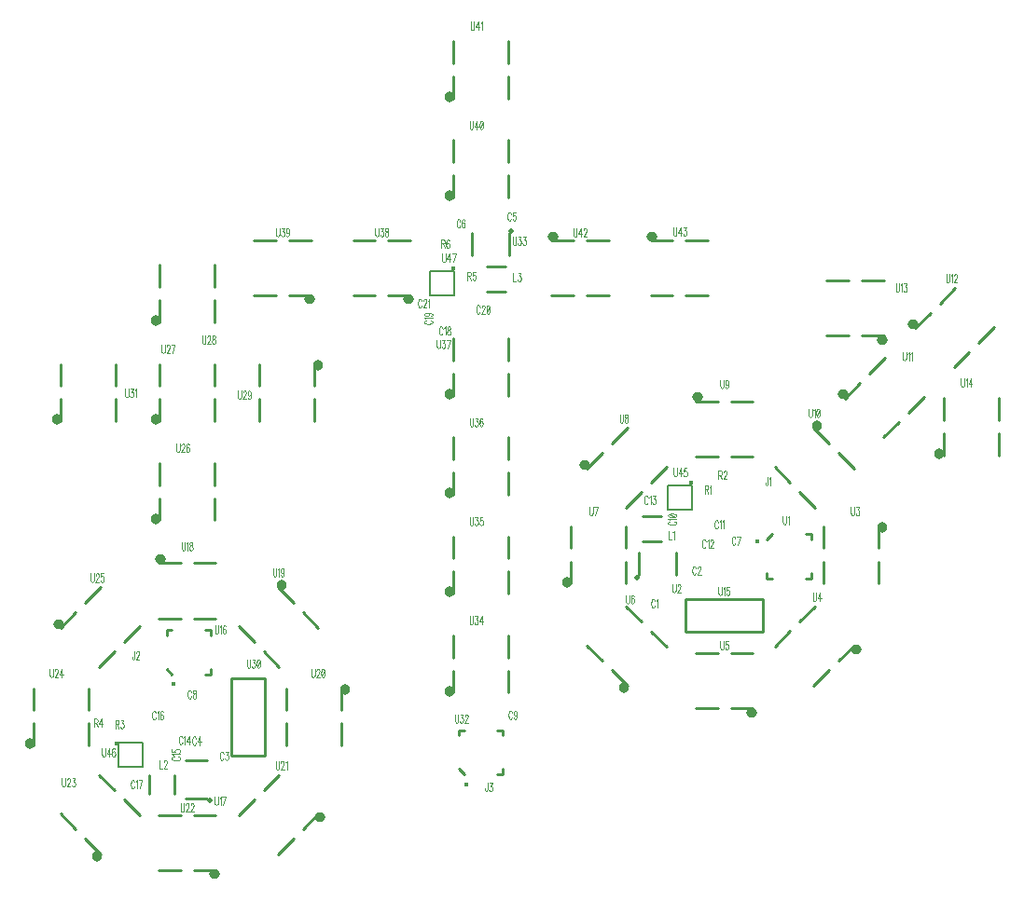
<source format=gto>
G04 DipTrace 2.4.0.2*
%INfemalemalecross.gto*%
%MOMM*%
%ADD10C,0.25*%
%ADD14C,0.4*%
%ADD26O,0.4X0.437*%
%ADD31O,0.5X0.5*%
%ADD34O,0.925X0.975*%
%ADD36O,0.975X0.925*%
%ADD43O,0.437X0.4*%
%ADD48C,0.15*%
%ADD78C,0.118*%
%FSLAX53Y53*%
G04*
G71*
G90*
G75*
G01*
%LNTopSilk*%
%LPD*%
X69043Y58084D2*
D10*
X70743D1*
X69043Y55784D2*
X70743D1*
D26*
X79418Y55834D3*
X80335Y55978D2*
D10*
X80834Y56479D1*
X83834D2*
X84334D1*
Y55978D1*
Y52979D2*
Y52478D1*
X83834D1*
X80335Y52979D2*
Y52478D1*
X80834D1*
X68698Y54775D2*
Y52775D1*
X72098Y54775D2*
Y52775D1*
D31*
X68523Y52525D3*
X90418Y51998D2*
D10*
Y53998D1*
X85418Y51998D2*
Y53998D1*
Y55198D2*
Y57198D1*
X90418Y55198D2*
Y57198D1*
D34*
X90780Y57061D3*
X84550Y42706D2*
D10*
X85964Y44120D1*
X81014Y46241D2*
X82428Y47656D1*
X83277Y48504D2*
X84691Y49918D1*
X86813Y44968D2*
X88227Y46382D1*
D36*
X88386Y46029D3*
X73859Y40639D2*
D10*
X75859D1*
X73859Y45639D2*
X75859D1*
X77059D2*
X79059D1*
X77059Y40639D2*
X79059D1*
D36*
X78922Y40277D3*
X63983Y46383D2*
D10*
X65398Y44969D1*
X67519Y49918D2*
X68933Y48504D1*
X69782Y47655D2*
X71196Y46241D1*
X66246Y44120D2*
X67660Y42705D1*
D34*
X67307Y42546D3*
X62499Y57198D2*
D10*
Y55198D1*
X67499Y57198D2*
Y55198D1*
Y53998D2*
Y51998D1*
X62499Y53998D2*
Y51998D1*
D34*
X62137Y52135D3*
X67660Y66124D2*
D10*
X66246Y64710D1*
X71196Y62588D2*
X69782Y61174D1*
X68933Y60326D2*
X67519Y58912D1*
X65397Y63862D2*
X63983Y62447D1*
D36*
X63824Y62801D3*
X79059Y68557D2*
D10*
X77059D1*
X79059Y63557D2*
X77059D1*
X75859D2*
X73859D1*
X75859Y68557D2*
X73859D1*
D36*
X73996Y68920D3*
X88227Y62447D2*
D10*
X86812Y63861D1*
X84691Y58912D2*
X83277Y60326D1*
X82428Y61175D2*
X81014Y62589D1*
X85964Y64710D2*
X84550Y66124D1*
D34*
X84903Y66284D3*
X91055Y72489D2*
D10*
X89641Y71074D1*
X94591Y68953D2*
X93177Y67538D1*
X92328Y66690D2*
X90914Y65276D1*
X88792Y70226D2*
X87378Y68812D1*
D36*
X87219Y69165D3*
X97419Y78853D2*
D10*
X96005Y77438D1*
X100955Y75317D2*
X99541Y73902D1*
X98692Y73054D2*
X97278Y71640D1*
X95156Y76590D2*
X93742Y75176D1*
D36*
X93583Y75529D3*
X85749Y74498D2*
D10*
X87748D1*
X85749Y79498D2*
X87748D1*
X88949D2*
X90948D1*
X88949Y74498D2*
X90948D1*
D36*
X90812Y74136D3*
X96358Y68846D2*
D10*
Y66846D1*
X101358Y68846D2*
Y66846D1*
Y65646D2*
Y63646D1*
X96358Y65646D2*
Y63646D1*
D34*
X95996Y63783D3*
X72927Y47572D2*
D10*
Y50572D1*
X79927D1*
Y47572D1*
X72927D1*
X24202Y32841D2*
Y34541D1*
X26502Y32841D2*
Y34541D1*
D43*
X26461Y42839D3*
X26316Y43756D2*
D10*
X25816Y44256D1*
Y47256D2*
Y47756D1*
X26316D1*
X29316D2*
X29817D1*
Y47256D1*
X29316Y43756D2*
X29817D1*
Y44256D1*
X27510Y32496D2*
X29510D1*
X27510Y35896D2*
X29510D1*
D31*
X29760Y32321D3*
X30297Y53839D2*
D10*
X28296D1*
X30297Y48839D2*
X28296D1*
X27097D2*
X25097D1*
X27097Y53839D2*
X25097D1*
D36*
X25234Y54202D3*
X39589Y47971D2*
D10*
X38175Y49385D1*
X36053Y44436D2*
X34639Y45850D1*
X33791Y46699D2*
X32376Y48113D1*
X37327Y50234D2*
X35912Y51648D1*
D34*
X36265Y51808D3*
X41656Y37280D2*
D10*
Y39280D1*
X36656Y37280D2*
Y39280D1*
Y40480D2*
Y42480D1*
X41656Y40480D2*
Y42480D1*
D34*
X42018Y42343D3*
X35912Y27405D2*
D10*
X37326Y28819D1*
X32376Y30940D2*
X33791Y32355D1*
X34640Y33203D2*
X36054Y34617D1*
X38175Y29667D2*
X39589Y31081D1*
D36*
X39749Y30728D3*
X25097Y25921D2*
D10*
X27097D1*
X25097Y30921D2*
X27097D1*
X28296D2*
X30297D1*
X28296Y25921D2*
X30297D1*
D36*
X30159Y25558D3*
X16170Y31082D2*
D10*
X17585Y29668D1*
X19706Y34617D2*
X21121Y33203D1*
X21969Y32354D2*
X23383Y30940D1*
X18433Y28818D2*
X19847Y27404D1*
D34*
X19494Y27245D3*
X13737Y42480D2*
D10*
Y40480D1*
X18738Y42480D2*
Y40480D1*
Y39280D2*
Y37280D1*
X13737Y39280D2*
Y37280D1*
D34*
X13375Y37417D3*
X19847Y51648D2*
D10*
X18433Y50234D1*
X23383Y48112D2*
X21969Y46698D1*
X21120Y45850D2*
X19706Y44436D1*
X17584Y49386D2*
X16170Y47971D1*
D36*
X16011Y48325D3*
X25196Y62939D2*
D10*
Y60939D1*
X30197Y62939D2*
Y60939D1*
Y59739D2*
Y57739D1*
X25196Y59739D2*
Y57739D1*
D34*
X24834Y57876D3*
X25196Y71939D2*
D10*
Y69939D1*
X30197Y71939D2*
Y69939D1*
Y68739D2*
Y66739D1*
X25196Y68739D2*
Y66739D1*
D34*
X24834Y66876D3*
X25196Y80939D2*
D10*
Y78939D1*
X30197Y80939D2*
Y78939D1*
Y77739D2*
Y75739D1*
X25196Y77739D2*
Y75739D1*
D34*
X24834Y75876D3*
X39197Y66739D2*
D10*
Y68739D1*
X34197Y66739D2*
Y68739D1*
Y69939D2*
Y71939D1*
X39197Y69939D2*
Y71939D1*
D34*
X39559Y71802D3*
X34723Y36349D2*
D10*
X31723D1*
Y43349D1*
X34723D1*
Y36349D1*
X16196Y71939D2*
Y69939D1*
X21197Y71939D2*
Y69939D1*
Y68739D2*
Y66739D1*
X16196Y68739D2*
Y66739D1*
D34*
X15834Y66876D3*
D43*
X53001Y33759D3*
X52856Y34676D2*
D10*
X52356Y35176D1*
Y38176D2*
Y38676D1*
X52856D1*
X55856D2*
X56357D1*
Y38176D1*
X55856Y34676D2*
X56357D1*
Y35176D1*
X56923Y81809D2*
Y83809D1*
X53523Y81809D2*
Y83809D1*
D31*
X57098Y84059D3*
X51856Y47276D2*
D10*
Y45276D1*
X56856Y47276D2*
Y45276D1*
Y44076D2*
Y42076D1*
X51856Y44076D2*
Y42076D1*
D34*
X51494Y42213D3*
X56578Y78501D2*
D10*
X54878D1*
X56578Y80801D2*
X54878D1*
X51856Y56276D2*
Y54276D1*
X56856Y56276D2*
Y54276D1*
Y53076D2*
Y51076D1*
X51856Y53076D2*
Y51076D1*
D34*
X51494Y51213D3*
X51856Y65276D2*
D10*
Y63276D1*
X56856Y65276D2*
Y63276D1*
Y62076D2*
Y60076D1*
X51856Y62076D2*
Y60076D1*
D34*
X51494Y60213D3*
X51856Y74276D2*
D10*
Y72276D1*
X56856Y74276D2*
Y72276D1*
Y71076D2*
Y69076D1*
X51856Y71076D2*
Y69076D1*
D34*
X51494Y69213D3*
X42756Y78176D2*
D10*
X44756D1*
X42756Y83176D2*
X44756D1*
X45956D2*
X47956D1*
X45956Y78176D2*
X47956D1*
D36*
X47819Y77814D3*
X33756Y78176D2*
D10*
X35756D1*
X33756Y83176D2*
X35756D1*
X36956D2*
X38956D1*
X36956Y78176D2*
X38956D1*
D36*
X38819Y77814D3*
X51856Y92276D2*
D10*
Y90276D1*
X56856Y92276D2*
Y90276D1*
Y89076D2*
Y87076D1*
X51856Y89076D2*
Y87076D1*
D34*
X51494Y87213D3*
X51856Y101276D2*
D10*
Y99276D1*
X56856Y101276D2*
Y99276D1*
Y98076D2*
Y96076D1*
X51856Y98076D2*
Y96076D1*
D34*
X51494Y96213D3*
X65956Y83176D2*
D10*
X63956D1*
X65956Y78176D2*
X63956D1*
X62756D2*
X60756D1*
X62756Y83176D2*
X60756D1*
D36*
X60894Y83539D3*
X74956Y83176D2*
D10*
X72956D1*
X74956Y78176D2*
X72956D1*
X71756D2*
X69756D1*
X71756Y83176D2*
X69756D1*
D36*
X69894Y83539D3*
D14*
X73406Y61165D3*
X73531Y60940D2*
D48*
X71331D1*
Y58740D1*
X73531D1*
Y60940D1*
D14*
X21244Y37433D3*
X21469Y37558D2*
D48*
X23669D1*
Y35358D1*
X21469D1*
Y37558D1*
D14*
X51819Y80645D3*
X51944Y80420D2*
D48*
X49744D1*
Y78220D1*
X51944D1*
Y80420D1*
X70145Y50389D2*
D78*
X70124Y50461D1*
X70080Y50535D1*
X70036Y50571D1*
X69949D1*
X69905Y50535D1*
X69861Y50461D1*
X69839Y50389D1*
X69817Y50279D1*
Y50097D1*
X69839Y49988D1*
X69861Y49915D1*
X69905Y49842D1*
X69949Y49805D1*
X70036D1*
X70080Y49842D1*
X70124Y49915D1*
X70145Y49988D1*
X70286Y50424D2*
X70330Y50461D1*
X70396Y50570D1*
Y49805D1*
X73877Y53382D2*
X73856Y53454D1*
X73812Y53527D1*
X73768Y53563D1*
X73681D1*
X73637Y53527D1*
X73593Y53454D1*
X73571Y53382D1*
X73549Y53272D1*
Y53089D1*
X73571Y52981D1*
X73593Y52907D1*
X73637Y52835D1*
X73681Y52798D1*
X73768D1*
X73812Y52835D1*
X73856Y52907D1*
X73877Y52981D1*
X74041Y53381D2*
Y53417D1*
X74062Y53490D1*
X74084Y53526D1*
X74128Y53563D1*
X74216D1*
X74259Y53526D1*
X74281Y53490D1*
X74303Y53417D1*
Y53344D1*
X74281Y53271D1*
X74237Y53163D1*
X74018Y52798D1*
X74325D1*
X80403Y61680D2*
Y61097D1*
X80382Y60987D1*
X80359Y60951D1*
X80316Y60914D1*
X80272D1*
X80229Y60951D1*
X80207Y60987D1*
X80185Y61097D1*
Y61169D1*
X80545Y61533D2*
X80589Y61570D1*
X80654Y61679D1*
Y60914D1*
X71380Y56781D2*
Y56015D1*
X71642D1*
X71783Y56634D2*
X71827Y56672D1*
X71893Y56780D1*
Y56015D1*
X81772Y58144D2*
Y57598D1*
X81794Y57488D1*
X81838Y57416D1*
X81904Y57379D1*
X81947D1*
X82013Y57416D1*
X82057Y57488D1*
X82079Y57598D1*
Y58144D1*
X82220Y57998D2*
X82264Y58035D1*
X82330Y58144D1*
Y57379D1*
X71740Y51948D2*
Y51401D1*
X71761Y51291D1*
X71805Y51219D1*
X71871Y51182D1*
X71914D1*
X71980Y51219D1*
X72024Y51291D1*
X72046Y51401D1*
Y51948D1*
X72209Y51765D2*
Y51801D1*
X72231Y51874D1*
X72253Y51910D1*
X72297Y51947D1*
X72384D1*
X72428Y51910D1*
X72449Y51874D1*
X72472Y51801D1*
Y51729D1*
X72449Y51655D1*
X72406Y51547D1*
X72187Y51182D1*
X72493D1*
X87953Y58964D2*
Y58418D1*
X87975Y58308D1*
X88019Y58236D1*
X88085Y58199D1*
X88128D1*
X88194Y58236D1*
X88238Y58308D1*
X88260Y58418D1*
Y58964D1*
X88445Y58963D2*
X88685D1*
X88554Y58672D1*
X88620D1*
X88663Y58636D1*
X88685Y58599D1*
X88707Y58490D1*
Y58418D1*
X88685Y58308D1*
X88641Y58235D1*
X88576Y58199D1*
X88510D1*
X88445Y58235D1*
X88423Y58272D1*
X88401Y58344D1*
X84485Y51177D2*
Y50631D1*
X84506Y50521D1*
X84550Y50449D1*
X84616Y50412D1*
X84659D1*
X84725Y50449D1*
X84769Y50521D1*
X84791Y50631D1*
Y51177D1*
X85151Y50412D2*
Y51177D1*
X84932Y50667D1*
X85260D1*
X76082Y46755D2*
Y46209D1*
X76104Y46099D1*
X76148Y46027D1*
X76213Y45990D1*
X76257D1*
X76322Y46027D1*
X76366Y46099D1*
X76388Y46209D1*
Y46755D1*
X76792Y46754D2*
X76573D1*
X76552Y46427D1*
X76573Y46463D1*
X76639Y46500D1*
X76704D1*
X76770Y46463D1*
X76814Y46390D1*
X76836Y46281D1*
Y46209D1*
X76814Y46099D1*
X76770Y46026D1*
X76704Y45990D1*
X76639D1*
X76573Y46026D1*
X76552Y46063D1*
X76529Y46135D1*
X67527Y50957D2*
Y50410D1*
X67549Y50301D1*
X67593Y50228D1*
X67659Y50191D1*
X67702D1*
X67768Y50228D1*
X67812Y50301D1*
X67833Y50410D1*
Y50957D1*
X68237Y50847D2*
X68215Y50920D1*
X68149Y50956D1*
X68106D1*
X68040Y50920D1*
X67996Y50810D1*
X67975Y50628D1*
Y50446D1*
X67996Y50301D1*
X68040Y50227D1*
X68106Y50191D1*
X68128D1*
X68193Y50227D1*
X68237Y50301D1*
X68259Y50410D1*
Y50446D1*
X68237Y50556D1*
X68193Y50628D1*
X68128Y50665D1*
X68106D1*
X68040Y50628D1*
X67996Y50556D1*
X67975Y50446D1*
X64210Y58964D2*
Y58418D1*
X64232Y58308D1*
X64276Y58236D1*
X64342Y58199D1*
X64385D1*
X64451Y58236D1*
X64495Y58308D1*
X64516Y58418D1*
Y58964D1*
X64745Y58199D2*
X64964Y58963D1*
X64658D1*
X66961Y67383D2*
Y66837D1*
X66983Y66727D1*
X67027Y66655D1*
X67093Y66618D1*
X67136D1*
X67202Y66655D1*
X67246Y66727D1*
X67267Y66837D1*
Y67383D1*
X67518D2*
X67453Y67346D1*
X67430Y67274D1*
Y67201D1*
X67453Y67128D1*
X67496Y67091D1*
X67583Y67055D1*
X67649Y67019D1*
X67693Y66945D1*
X67714Y66873D1*
Y66763D1*
X67693Y66691D1*
X67671Y66654D1*
X67605Y66618D1*
X67518D1*
X67453Y66654D1*
X67430Y66691D1*
X67409Y66763D1*
Y66873D1*
X67430Y66945D1*
X67474Y67019D1*
X67540Y67055D1*
X67627Y67091D1*
X67671Y67128D1*
X67693Y67201D1*
Y67274D1*
X67671Y67346D1*
X67605Y67383D1*
X67518D1*
X76093Y70498D2*
Y69952D1*
X76115Y69842D1*
X76158Y69770D1*
X76224Y69733D1*
X76268D1*
X76333Y69770D1*
X76377Y69842D1*
X76399Y69952D1*
Y70498D1*
X76825Y70243D2*
X76803Y70133D1*
X76759Y70060D1*
X76693Y70024D1*
X76672D1*
X76606Y70060D1*
X76562Y70133D1*
X76540Y70243D1*
Y70279D1*
X76562Y70389D1*
X76606Y70461D1*
X76672Y70497D1*
X76693D1*
X76759Y70461D1*
X76803Y70389D1*
X76825Y70243D1*
Y70060D1*
X76803Y69878D1*
X76759Y69769D1*
X76693Y69733D1*
X76650D1*
X76584Y69769D1*
X76562Y69842D1*
X84118Y67887D2*
Y67340D1*
X84140Y67231D1*
X84184Y67158D1*
X84250Y67121D1*
X84293D1*
X84359Y67158D1*
X84403Y67231D1*
X84424Y67340D1*
Y67887D1*
X84566Y67740D2*
X84610Y67777D1*
X84675Y67886D1*
Y67121D1*
X84948Y67886D2*
X84882Y67850D1*
X84838Y67740D1*
X84816Y67558D1*
Y67449D1*
X84838Y67267D1*
X84882Y67158D1*
X84948Y67121D1*
X84991D1*
X85057Y67158D1*
X85101Y67267D1*
X85123Y67449D1*
Y67558D1*
X85101Y67740D1*
X85057Y67850D1*
X84991Y67886D1*
X84948D1*
X85101Y67740D2*
X84838Y67267D1*
X92658Y73031D2*
Y72484D1*
X92679Y72375D1*
X92723Y72302D1*
X92789Y72265D1*
X92833D1*
X92898Y72302D1*
X92942Y72375D1*
X92964Y72484D1*
Y73031D1*
X93105Y72884D2*
X93149Y72922D1*
X93215Y73030D1*
Y72265D1*
X93356Y72884D2*
X93400Y72922D1*
X93466Y73030D1*
Y72265D1*
X96594Y80112D2*
Y79565D1*
X96616Y79456D1*
X96660Y79383D1*
X96726Y79346D1*
X96769D1*
X96835Y79383D1*
X96879Y79456D1*
X96901Y79565D1*
Y80112D1*
X97042Y79965D2*
X97086Y80002D1*
X97152Y80111D1*
Y79346D1*
X97315Y79929D2*
Y79965D1*
X97337Y80038D1*
X97358Y80075D1*
X97402Y80111D1*
X97490D1*
X97533Y80075D1*
X97555Y80038D1*
X97577Y79965D1*
Y79893D1*
X97555Y79819D1*
X97512Y79711D1*
X97293Y79346D1*
X97599D1*
X92026Y79241D2*
Y78694D1*
X92048Y78584D1*
X92092Y78512D1*
X92158Y78475D1*
X92201D1*
X92267Y78512D1*
X92311Y78584D1*
X92333Y78694D1*
Y79241D1*
X92474Y79094D2*
X92518Y79131D1*
X92584Y79240D1*
Y78475D1*
X92769Y79240D2*
X93009D1*
X92878Y78948D1*
X92944D1*
X92987Y78912D1*
X93009Y78876D1*
X93031Y78766D1*
Y78694D1*
X93009Y78584D1*
X92965Y78511D1*
X92900Y78475D1*
X92834D1*
X92769Y78511D1*
X92747Y78548D1*
X92725Y78621D1*
X97933Y70612D2*
Y70066D1*
X97955Y69956D1*
X97999Y69884D1*
X98064Y69847D1*
X98108D1*
X98173Y69884D1*
X98217Y69956D1*
X98239Y70066D1*
Y70612D1*
X98380Y70466D2*
X98424Y70503D1*
X98490Y70611D1*
Y69847D1*
X98850D2*
Y70611D1*
X98631Y70102D1*
X98959D1*
X75925Y51688D2*
Y51142D1*
X75947Y51032D1*
X75991Y50960D1*
X76056Y50923D1*
X76100D1*
X76166Y50960D1*
X76210Y51032D1*
X76231Y51142D1*
Y51688D1*
X76372Y51542D2*
X76416Y51579D1*
X76482Y51687D1*
Y50923D1*
X76886Y51687D2*
X76667D1*
X76646Y51360D1*
X76667Y51396D1*
X76733Y51433D1*
X76798D1*
X76864Y51396D1*
X76908Y51323D1*
X76930Y51214D1*
Y51142D1*
X76908Y51032D1*
X76864Y50959D1*
X76798Y50923D1*
X76733D1*
X76667Y50959D1*
X76646Y50996D1*
X76623Y51068D1*
X30985Y36550D2*
X30964Y36622D1*
X30920Y36695D1*
X30876Y36732D1*
X30789D1*
X30745Y36695D1*
X30701Y36622D1*
X30679Y36550D1*
X30657Y36440D1*
Y36257D1*
X30679Y36149D1*
X30701Y36075D1*
X30745Y36003D1*
X30789Y35966D1*
X30876D1*
X30920Y36003D1*
X30964Y36075D1*
X30985Y36149D1*
X31170Y36731D2*
X31411D1*
X31280Y36439D1*
X31345D1*
X31389Y36403D1*
X31411Y36367D1*
X31433Y36257D1*
Y36185D1*
X31411Y36075D1*
X31367Y36002D1*
X31301Y35966D1*
X31236D1*
X31170Y36002D1*
X31149Y36039D1*
X31127Y36112D1*
X28477Y37909D2*
X28455Y37982D1*
X28411Y38055D1*
X28368Y38091D1*
X28280D1*
X28236Y38055D1*
X28193Y37982D1*
X28171Y37909D1*
X28149Y37800D1*
Y37617D1*
X28171Y37508D1*
X28193Y37435D1*
X28236Y37363D1*
X28280Y37326D1*
X28368D1*
X28411Y37363D1*
X28455Y37435D1*
X28477Y37508D1*
X28837Y37326D2*
Y38090D1*
X28618Y37581D1*
X28946D1*
X22898Y45845D2*
Y45262D1*
X22876Y45152D1*
X22854Y45116D1*
X22810Y45079D1*
X22766D1*
X22723Y45116D1*
X22701Y45152D1*
X22679Y45262D1*
Y45334D1*
X23061Y45662D2*
Y45698D1*
X23083Y45772D1*
X23105Y45808D1*
X23149Y45844D1*
X23236D1*
X23279Y45808D1*
X23301Y45772D1*
X23323Y45698D1*
Y45626D1*
X23301Y45553D1*
X23258Y45444D1*
X23039Y45079D1*
X23345D1*
X25157Y35953D2*
Y35187D1*
X25419D1*
X25583Y35770D2*
Y35806D1*
X25604Y35880D1*
X25626Y35916D1*
X25670Y35952D1*
X25758D1*
X25801Y35916D1*
X25823Y35880D1*
X25845Y35806D1*
Y35734D1*
X25823Y35661D1*
X25779Y35552D1*
X25560Y35187D1*
X25867D1*
X30220Y48194D2*
Y47647D1*
X30242Y47537D1*
X30286Y47465D1*
X30351Y47428D1*
X30395D1*
X30461Y47465D1*
X30505Y47537D1*
X30526Y47647D1*
Y48194D1*
X30667Y48047D2*
X30711Y48084D1*
X30777Y48193D1*
Y47428D1*
X31181Y48084D2*
X31159Y48156D1*
X31093Y48193D1*
X31050D1*
X30984Y48156D1*
X30940Y48047D1*
X30918Y47865D1*
Y47683D1*
X30940Y47537D1*
X30984Y47464D1*
X31050Y47428D1*
X31071D1*
X31137Y47464D1*
X31181Y47537D1*
X31202Y47647D1*
Y47683D1*
X31181Y47793D1*
X31137Y47865D1*
X31071Y47901D1*
X31050D1*
X30984Y47865D1*
X30940Y47793D1*
X30918Y47683D1*
X30189Y32641D2*
Y32095D1*
X30211Y31985D1*
X30255Y31913D1*
X30321Y31876D1*
X30364D1*
X30430Y31913D1*
X30474Y31985D1*
X30495Y32095D1*
Y32641D1*
X30637Y32495D2*
X30681Y32532D1*
X30746Y32641D1*
Y31876D1*
X30975D2*
X31194Y32641D1*
X30887D1*
X27194Y55780D2*
Y55233D1*
X27216Y55124D1*
X27260Y55051D1*
X27326Y55014D1*
X27369D1*
X27435Y55051D1*
X27479Y55124D1*
X27501Y55233D1*
Y55780D1*
X27642Y55633D2*
X27686Y55670D1*
X27752Y55779D1*
Y55014D1*
X28002Y55779D2*
X27937Y55743D1*
X27915Y55670D1*
Y55597D1*
X27937Y55525D1*
X27980Y55488D1*
X28068Y55451D1*
X28133Y55415D1*
X28177Y55342D1*
X28199Y55269D1*
Y55160D1*
X28177Y55088D1*
X28155Y55050D1*
X28089Y55014D1*
X28002D1*
X27937Y55050D1*
X27915Y55088D1*
X27893Y55160D1*
Y55269D1*
X27915Y55342D1*
X27958Y55415D1*
X28024Y55451D1*
X28111Y55488D1*
X28155Y55525D1*
X28177Y55597D1*
Y55670D1*
X28155Y55743D1*
X28089Y55779D1*
X28002D1*
X35491Y53411D2*
Y52864D1*
X35513Y52755D1*
X35557Y52682D1*
X35623Y52645D1*
X35666D1*
X35732Y52682D1*
X35776Y52755D1*
X35798Y52864D1*
Y53411D1*
X35939Y53264D2*
X35983Y53301D1*
X36048Y53410D1*
Y52645D1*
X36474Y53156D2*
X36452Y53046D1*
X36408Y52973D1*
X36343Y52937D1*
X36321D1*
X36255Y52973D1*
X36212Y53046D1*
X36190Y53156D1*
Y53192D1*
X36212Y53301D1*
X36255Y53374D1*
X36321Y53410D1*
X36343D1*
X36408Y53374D1*
X36452Y53301D1*
X36474Y53156D1*
Y52973D1*
X36452Y52791D1*
X36408Y52682D1*
X36343Y52645D1*
X36299D1*
X36234Y52682D1*
X36212Y52755D1*
X38967Y44246D2*
Y43699D1*
X38989Y43590D1*
X39033Y43517D1*
X39099Y43480D1*
X39142D1*
X39208Y43517D1*
X39252Y43590D1*
X39274Y43699D1*
Y44246D1*
X39437Y44063D2*
Y44099D1*
X39459Y44173D1*
X39481Y44209D1*
X39525Y44245D1*
X39612D1*
X39655Y44209D1*
X39677Y44173D1*
X39699Y44099D1*
Y44027D1*
X39677Y43954D1*
X39634Y43845D1*
X39415Y43480D1*
X39721D1*
X39994Y44245D2*
X39928Y44209D1*
X39884Y44099D1*
X39862Y43918D1*
Y43808D1*
X39884Y43626D1*
X39928Y43517D1*
X39994Y43480D1*
X40037D1*
X40103Y43517D1*
X40146Y43626D1*
X40169Y43808D1*
Y43918D1*
X40146Y44099D1*
X40103Y44209D1*
X40037Y44245D1*
X39994D1*
X40146Y44099D2*
X39884Y43626D1*
X35732Y35876D2*
Y35330D1*
X35754Y35220D1*
X35798Y35148D1*
X35864Y35111D1*
X35907D1*
X35973Y35148D1*
X36017Y35220D1*
X36039Y35330D1*
Y35876D1*
X36202Y35694D2*
Y35730D1*
X36224Y35803D1*
X36245Y35839D1*
X36289Y35876D1*
X36377D1*
X36420Y35839D1*
X36442Y35803D1*
X36464Y35730D1*
Y35657D1*
X36442Y35584D1*
X36399Y35475D1*
X36180Y35111D1*
X36486D1*
X36627Y35730D2*
X36671Y35767D1*
X36737Y35876D1*
Y35111D1*
X27096Y32037D2*
Y31490D1*
X27118Y31381D1*
X27162Y31308D1*
X27227Y31271D1*
X27271D1*
X27336Y31308D1*
X27380Y31381D1*
X27402Y31490D1*
Y32037D1*
X27566Y31854D2*
Y31890D1*
X27587Y31964D1*
X27609Y32000D1*
X27653Y32036D1*
X27740D1*
X27784Y32000D1*
X27806Y31964D1*
X27828Y31890D1*
Y31818D1*
X27806Y31745D1*
X27762Y31636D1*
X27543Y31271D1*
X27850D1*
X28013Y31854D2*
Y31890D1*
X28035Y31964D1*
X28057Y32000D1*
X28100Y32036D1*
X28188D1*
X28231Y32000D1*
X28253Y31964D1*
X28275Y31890D1*
Y31818D1*
X28253Y31745D1*
X28210Y31636D1*
X27991Y31271D1*
X28297D1*
X16325Y34297D2*
Y33751D1*
X16347Y33641D1*
X16391Y33569D1*
X16457Y33532D1*
X16500D1*
X16566Y33569D1*
X16610Y33641D1*
X16631Y33751D1*
Y34297D1*
X16795Y34115D2*
Y34151D1*
X16817Y34224D1*
X16838Y34260D1*
X16882Y34297D1*
X16970D1*
X17013Y34260D1*
X17035Y34224D1*
X17057Y34151D1*
Y34078D1*
X17035Y34005D1*
X16992Y33896D1*
X16773Y33532D1*
X17079D1*
X17264Y34297D2*
X17504D1*
X17373Y34005D1*
X17439D1*
X17482Y33969D1*
X17504Y33933D1*
X17526Y33823D1*
Y33751D1*
X17504Y33641D1*
X17461Y33568D1*
X17395Y33532D1*
X17329D1*
X17264Y33568D1*
X17242Y33605D1*
X17220Y33677D1*
X15214Y44246D2*
Y43699D1*
X15235Y43590D1*
X15279Y43517D1*
X15345Y43480D1*
X15388D1*
X15454Y43517D1*
X15498Y43590D1*
X15520Y43699D1*
Y44246D1*
X15683Y44063D2*
Y44099D1*
X15705Y44173D1*
X15727Y44209D1*
X15771Y44245D1*
X15858D1*
X15902Y44209D1*
X15923Y44173D1*
X15946Y44099D1*
Y44027D1*
X15923Y43954D1*
X15880Y43845D1*
X15661Y43480D1*
X15967D1*
X16327D2*
Y44245D1*
X16108Y43736D1*
X16436D1*
X18924Y52907D2*
Y52361D1*
X18946Y52251D1*
X18990Y52179D1*
X19056Y52142D1*
X19099D1*
X19165Y52179D1*
X19209Y52251D1*
X19231Y52361D1*
Y52907D1*
X19394Y52725D2*
Y52761D1*
X19416Y52834D1*
X19438Y52870D1*
X19482Y52907D1*
X19569D1*
X19612Y52870D1*
X19634Y52834D1*
X19656Y52761D1*
Y52688D1*
X19634Y52615D1*
X19591Y52506D1*
X19372Y52142D1*
X19678D1*
X20082Y52907D2*
X19863D1*
X19842Y52579D1*
X19863Y52615D1*
X19929Y52652D1*
X19994D1*
X20060Y52615D1*
X20104Y52543D1*
X20126Y52433D1*
Y52361D1*
X20104Y52251D1*
X20060Y52178D1*
X19994Y52142D1*
X19929D1*
X19863Y52178D1*
X19842Y52215D1*
X19819Y52287D1*
X26695Y64705D2*
Y64158D1*
X26716Y64049D1*
X26760Y63976D1*
X26826Y63939D1*
X26870D1*
X26935Y63976D1*
X26979Y64049D1*
X27001Y64158D1*
Y64705D1*
X27164Y64522D2*
Y64558D1*
X27186Y64632D1*
X27208Y64668D1*
X27252Y64704D1*
X27339D1*
X27383Y64668D1*
X27404Y64632D1*
X27427Y64558D1*
Y64486D1*
X27404Y64413D1*
X27361Y64304D1*
X27142Y63939D1*
X27448D1*
X27852Y64595D2*
X27830Y64668D1*
X27764Y64704D1*
X27721D1*
X27655Y64668D1*
X27611Y64558D1*
X27590Y64376D1*
Y64194D1*
X27611Y64049D1*
X27655Y63975D1*
X27721Y63939D1*
X27743D1*
X27808Y63975D1*
X27852Y64049D1*
X27874Y64158D1*
Y64194D1*
X27852Y64304D1*
X27808Y64376D1*
X27743Y64413D1*
X27721D1*
X27655Y64376D1*
X27611Y64304D1*
X27590Y64194D1*
X25366Y73705D2*
Y73158D1*
X25387Y73049D1*
X25431Y72976D1*
X25497Y72939D1*
X25541D1*
X25606Y72976D1*
X25650Y73049D1*
X25672Y73158D1*
Y73705D1*
X25835Y73522D2*
Y73558D1*
X25857Y73632D1*
X25879Y73668D1*
X25923Y73704D1*
X26010D1*
X26054Y73668D1*
X26076Y73632D1*
X26098Y73558D1*
Y73486D1*
X26076Y73413D1*
X26032Y73304D1*
X25813Y72939D1*
X26119D1*
X26348D2*
X26567Y73704D1*
X26261D1*
X29056Y74534D2*
Y73988D1*
X29078Y73878D1*
X29122Y73806D1*
X29187Y73769D1*
X29231D1*
X29297Y73806D1*
X29340Y73878D1*
X29362Y73988D1*
Y74534D1*
X29526Y74352D2*
Y74388D1*
X29547Y74461D1*
X29569Y74497D1*
X29613Y74534D1*
X29700D1*
X29744Y74497D1*
X29766Y74461D1*
X29788Y74388D1*
Y74315D1*
X29766Y74242D1*
X29722Y74133D1*
X29503Y73769D1*
X29810D1*
X30060Y74534D2*
X29995Y74497D1*
X29973Y74425D1*
Y74352D1*
X29995Y74279D1*
X30038Y74242D1*
X30126Y74206D1*
X30191Y74170D1*
X30235Y74096D1*
X30257Y74024D1*
Y73914D1*
X30235Y73842D1*
X30213Y73805D1*
X30147Y73769D1*
X30060D1*
X29995Y73805D1*
X29973Y73842D1*
X29951Y73914D1*
Y74024D1*
X29973Y74096D1*
X30017Y74170D1*
X30082Y74206D1*
X30169Y74242D1*
X30213Y74279D1*
X30235Y74352D1*
Y74425D1*
X30213Y74497D1*
X30147Y74534D1*
X30060D1*
X32290Y69522D2*
Y68975D1*
X32311Y68866D1*
X32355Y68793D1*
X32421Y68756D1*
X32464D1*
X32530Y68793D1*
X32574Y68866D1*
X32596Y68975D1*
Y69522D1*
X32759Y69339D2*
Y69375D1*
X32781Y69449D1*
X32803Y69485D1*
X32847Y69521D1*
X32934D1*
X32978Y69485D1*
X32999Y69449D1*
X33022Y69375D1*
Y69303D1*
X32999Y69230D1*
X32956Y69121D1*
X32737Y68756D1*
X33043D1*
X33469Y69267D2*
X33447Y69157D1*
X33403Y69084D1*
X33338Y69048D1*
X33316D1*
X33250Y69084D1*
X33207Y69157D1*
X33184Y69267D1*
Y69303D1*
X33207Y69413D1*
X33250Y69485D1*
X33316Y69521D1*
X33338D1*
X33403Y69485D1*
X33447Y69413D1*
X33469Y69267D1*
Y69084D1*
X33447Y68902D1*
X33403Y68793D1*
X33338Y68756D1*
X33294D1*
X33228Y68793D1*
X33207Y68866D1*
X33122Y45115D2*
Y44568D1*
X33144Y44458D1*
X33188Y44386D1*
X33253Y44349D1*
X33297D1*
X33362Y44386D1*
X33406Y44458D1*
X33428Y44568D1*
Y45115D1*
X33613Y45114D2*
X33853D1*
X33723Y44822D1*
X33788D1*
X33832Y44786D1*
X33853Y44750D1*
X33876Y44640D1*
Y44568D1*
X33853Y44458D1*
X33810Y44385D1*
X33744Y44349D1*
X33679D1*
X33613Y44385D1*
X33592Y44422D1*
X33569Y44495D1*
X34148Y45114D2*
X34083Y45078D1*
X34039Y44968D1*
X34017Y44786D1*
Y44677D1*
X34039Y44495D1*
X34083Y44385D1*
X34148Y44349D1*
X34192D1*
X34257Y44385D1*
X34301Y44495D1*
X34323Y44677D1*
Y44786D1*
X34301Y44968D1*
X34257Y45078D1*
X34192Y45114D1*
X34148D1*
X34301Y44968D2*
X34039Y44495D1*
X22060Y69678D2*
Y69131D1*
X22082Y69022D1*
X22126Y68949D1*
X22191Y68912D1*
X22235D1*
X22301Y68949D1*
X22345Y69022D1*
X22366Y69131D1*
Y69678D1*
X22551Y69677D2*
X22791D1*
X22661Y69385D1*
X22726D1*
X22770Y69349D1*
X22791Y69313D1*
X22814Y69203D1*
Y69131D1*
X22791Y69022D1*
X22748Y68948D1*
X22682Y68912D1*
X22617D1*
X22551Y68948D1*
X22530Y68985D1*
X22507Y69058D1*
X22955Y69531D2*
X22999Y69568D1*
X23065Y69677D1*
Y68912D1*
X51994Y40100D2*
Y39554D1*
X52016Y39444D1*
X52060Y39372D1*
X52126Y39335D1*
X52169D1*
X52235Y39372D1*
X52279Y39444D1*
X52301Y39554D1*
Y40100D1*
X52486Y40099D2*
X52726D1*
X52595Y39808D1*
X52661D1*
X52704Y39772D1*
X52726Y39736D1*
X52748Y39626D1*
Y39554D1*
X52726Y39444D1*
X52682Y39371D1*
X52617Y39335D1*
X52551D1*
X52486Y39371D1*
X52464Y39408D1*
X52442Y39480D1*
X52911Y39917D2*
Y39954D1*
X52933Y40027D1*
X52955Y40063D1*
X52999Y40099D1*
X53086D1*
X53130Y40063D1*
X53152Y40027D1*
X53174Y39954D1*
Y39881D1*
X53152Y39808D1*
X53108Y39699D1*
X52889Y39335D1*
X53196D1*
X57249Y83509D2*
Y82963D1*
X57271Y82853D1*
X57315Y82781D1*
X57380Y82744D1*
X57424D1*
X57490Y82781D1*
X57534Y82853D1*
X57555Y82963D1*
Y83509D1*
X57740D2*
X57981D1*
X57850Y83217D1*
X57915D1*
X57959Y83181D1*
X57981Y83145D1*
X58003Y83035D1*
Y82963D1*
X57981Y82853D1*
X57937Y82780D1*
X57871Y82744D1*
X57806D1*
X57740Y82780D1*
X57719Y82817D1*
X57696Y82890D1*
X58188Y83509D2*
X58428D1*
X58297Y83217D1*
X58363D1*
X58406Y83181D1*
X58428Y83145D1*
X58450Y83035D1*
Y82963D1*
X58428Y82853D1*
X58384Y82780D1*
X58319Y82744D1*
X58253D1*
X58188Y82780D1*
X58166Y82817D1*
X58144Y82890D1*
X54943Y33881D2*
Y33298D1*
X54922Y33188D1*
X54899Y33152D1*
X54856Y33115D1*
X54812D1*
X54769Y33152D1*
X54747Y33188D1*
X54725Y33298D1*
Y33370D1*
X55129Y33880D2*
X55369D1*
X55238Y33589D1*
X55303D1*
X55347Y33552D1*
X55369Y33516D1*
X55391Y33407D1*
Y33334D1*
X55369Y33225D1*
X55325Y33151D1*
X55259Y33115D1*
X55194D1*
X55129Y33151D1*
X55107Y33188D1*
X55085Y33261D1*
X53332Y49042D2*
Y48495D1*
X53354Y48386D1*
X53398Y48313D1*
X53464Y48276D1*
X53507D1*
X53573Y48313D1*
X53617Y48386D1*
X53639Y48495D1*
Y49042D1*
X53824Y49041D2*
X54064D1*
X53933Y48750D1*
X53999D1*
X54042Y48713D1*
X54064Y48677D1*
X54086Y48568D1*
Y48495D1*
X54064Y48386D1*
X54020Y48313D1*
X53955Y48276D1*
X53889D1*
X53824Y48313D1*
X53802Y48350D1*
X53780Y48422D1*
X54446Y48276D2*
Y49041D1*
X54227Y48532D1*
X54555D1*
X57085Y85556D2*
X57063Y85628D1*
X57019Y85702D1*
X56976Y85738D1*
X56888D1*
X56844Y85702D1*
X56801Y85628D1*
X56778Y85556D1*
X56757Y85446D1*
Y85264D1*
X56778Y85155D1*
X56801Y85082D1*
X56844Y85009D1*
X56888Y84972D1*
X56976D1*
X57019Y85009D1*
X57063Y85082D1*
X57085Y85155D1*
X57488Y85737D2*
X57270D1*
X57248Y85409D1*
X57270Y85446D1*
X57336Y85483D1*
X57401D1*
X57466Y85446D1*
X57510Y85373D1*
X57532Y85264D1*
Y85191D1*
X57510Y85082D1*
X57466Y85008D1*
X57401Y84972D1*
X57336D1*
X57270Y85008D1*
X57248Y85045D1*
X57226Y85118D1*
X52477Y84904D2*
X52455Y84976D1*
X52411Y85049D1*
X52368Y85086D1*
X52280D1*
X52236Y85049D1*
X52193Y84976D1*
X52171Y84904D1*
X52149Y84794D1*
Y84611D1*
X52171Y84503D1*
X52193Y84429D1*
X52236Y84357D1*
X52280Y84320D1*
X52368D1*
X52411Y84357D1*
X52455Y84429D1*
X52477Y84503D1*
X52880Y84976D2*
X52859Y85048D1*
X52793Y85085D1*
X52750D1*
X52684Y85048D1*
X52640Y84939D1*
X52618Y84757D1*
Y84575D1*
X52640Y84429D1*
X52684Y84356D1*
X52750Y84320D1*
X52771D1*
X52836Y84356D1*
X52880Y84429D1*
X52902Y84539D1*
Y84575D1*
X52880Y84685D1*
X52836Y84757D1*
X52771Y84793D1*
X52750D1*
X52684Y84757D1*
X52640Y84685D1*
X52618Y84575D1*
X57288Y80209D2*
Y79443D1*
X57550D1*
X57735Y80208D2*
X57975D1*
X57845Y79916D1*
X57910D1*
X57954Y79880D1*
X57975Y79844D1*
X57998Y79735D1*
Y79662D1*
X57975Y79553D1*
X57932Y79479D1*
X57866Y79443D1*
X57801D1*
X57735Y79479D1*
X57714Y79516D1*
X57691Y79589D1*
X53343Y58042D2*
Y57495D1*
X53365Y57386D1*
X53409Y57313D1*
X53475Y57276D1*
X53518D1*
X53584Y57313D1*
X53628Y57386D1*
X53650Y57495D1*
Y58042D1*
X53835Y58041D2*
X54075D1*
X53944Y57750D1*
X54010D1*
X54053Y57713D1*
X54075Y57677D1*
X54097Y57568D1*
Y57495D1*
X54075Y57386D1*
X54031Y57313D1*
X53966Y57276D1*
X53900D1*
X53835Y57313D1*
X53813Y57350D1*
X53791Y57422D1*
X54501Y58041D2*
X54282D1*
X54260Y57713D1*
X54282Y57750D1*
X54348Y57787D1*
X54413D1*
X54479Y57750D1*
X54523Y57677D1*
X54544Y57568D1*
Y57495D1*
X54523Y57386D1*
X54479Y57313D1*
X54413Y57276D1*
X54348D1*
X54282Y57313D1*
X54260Y57350D1*
X54238Y57422D1*
X53354Y67042D2*
Y66495D1*
X53376Y66386D1*
X53420Y66313D1*
X53486Y66276D1*
X53529D1*
X53595Y66313D1*
X53639Y66386D1*
X53661Y66495D1*
Y67042D1*
X53846Y67041D2*
X54086D1*
X53955Y66750D1*
X54021D1*
X54064Y66713D1*
X54086Y66677D1*
X54108Y66568D1*
Y66495D1*
X54086Y66386D1*
X54042Y66313D1*
X53977Y66276D1*
X53911D1*
X53846Y66313D1*
X53824Y66350D1*
X53802Y66422D1*
X54512Y66932D2*
X54490Y67005D1*
X54424Y67041D1*
X54381D1*
X54315Y67005D1*
X54271Y66895D1*
X54249Y66713D1*
Y66532D1*
X54271Y66386D1*
X54315Y66313D1*
X54381Y66276D1*
X54402D1*
X54468Y66313D1*
X54512Y66386D1*
X54533Y66495D1*
Y66532D1*
X54512Y66641D1*
X54468Y66713D1*
X54402Y66750D1*
X54381D1*
X54315Y66713D1*
X54271Y66641D1*
X54249Y66532D1*
X50350Y74131D2*
Y73584D1*
X50372Y73475D1*
X50416Y73402D1*
X50482Y73365D1*
X50525D1*
X50591Y73402D1*
X50635Y73475D1*
X50657Y73584D1*
Y74131D1*
X50842Y74130D2*
X51082D1*
X50951Y73839D1*
X51017D1*
X51060Y73802D1*
X51082Y73766D1*
X51104Y73657D1*
Y73584D1*
X51082Y73475D1*
X51038Y73401D1*
X50973Y73365D1*
X50907D1*
X50842Y73401D1*
X50820Y73438D1*
X50798Y73511D1*
X51333Y73365D2*
X51552Y74130D1*
X51245D1*
X44756Y84292D2*
Y83745D1*
X44778Y83636D1*
X44822Y83563D1*
X44887Y83526D1*
X44931D1*
X44997Y83563D1*
X45041Y83636D1*
X45062Y83745D1*
Y84292D1*
X45247Y84291D2*
X45488D1*
X45357Y84000D1*
X45422D1*
X45466Y83963D1*
X45488Y83927D1*
X45510Y83818D1*
Y83745D1*
X45488Y83636D1*
X45444Y83563D1*
X45378Y83526D1*
X45313D1*
X45247Y83563D1*
X45226Y83600D1*
X45204Y83672D1*
X45760Y84291D2*
X45695Y84255D1*
X45673Y84182D1*
Y84109D1*
X45695Y84037D1*
X45738Y84000D1*
X45826Y83963D1*
X45892Y83927D1*
X45935Y83854D1*
X45957Y83782D1*
Y83672D1*
X45935Y83600D1*
X45913Y83563D1*
X45848Y83526D1*
X45760D1*
X45695Y83563D1*
X45673Y83600D1*
X45651Y83672D1*
Y83782D1*
X45673Y83854D1*
X45717Y83927D1*
X45782Y83963D1*
X45869Y84000D1*
X45913Y84037D1*
X45935Y84109D1*
Y84182D1*
X45913Y84255D1*
X45848Y84291D1*
X45760D1*
X35767Y84292D2*
Y83745D1*
X35788Y83636D1*
X35832Y83563D1*
X35898Y83526D1*
X35942D1*
X36007Y83563D1*
X36051Y83636D1*
X36073Y83745D1*
Y84292D1*
X36258Y84291D2*
X36498D1*
X36367Y84000D1*
X36433D1*
X36476Y83963D1*
X36498Y83927D1*
X36520Y83818D1*
Y83745D1*
X36498Y83636D1*
X36455Y83563D1*
X36389Y83526D1*
X36323D1*
X36258Y83563D1*
X36236Y83600D1*
X36214Y83672D1*
X36946Y84037D2*
X36924Y83927D1*
X36880Y83854D1*
X36815Y83818D1*
X36793D1*
X36727Y83854D1*
X36684Y83927D1*
X36662Y84037D1*
Y84073D1*
X36684Y84182D1*
X36727Y84255D1*
X36793Y84291D1*
X36815D1*
X36880Y84255D1*
X36924Y84182D1*
X36946Y84037D1*
Y83854D1*
X36924Y83672D1*
X36880Y83563D1*
X36815Y83526D1*
X36771D1*
X36706Y83563D1*
X36684Y83636D1*
X53332Y94042D2*
Y93495D1*
X53354Y93386D1*
X53398Y93313D1*
X53464Y93276D1*
X53507D1*
X53573Y93313D1*
X53617Y93386D1*
X53639Y93495D1*
Y94042D1*
X53999Y93276D2*
Y94041D1*
X53780Y93532D1*
X54108D1*
X54380Y94041D2*
X54315Y94005D1*
X54271Y93895D1*
X54249Y93713D1*
Y93604D1*
X54271Y93422D1*
X54315Y93313D1*
X54380Y93276D1*
X54424D1*
X54490Y93313D1*
X54533Y93422D1*
X54555Y93604D1*
Y93713D1*
X54533Y93895D1*
X54490Y94005D1*
X54424Y94041D1*
X54380D1*
X54533Y93895D2*
X54271Y93422D1*
X53431Y103042D2*
Y102495D1*
X53452Y102386D1*
X53496Y102313D1*
X53562Y102276D1*
X53606D1*
X53671Y102313D1*
X53715Y102386D1*
X53737Y102495D1*
Y103042D1*
X54097Y102276D2*
Y103041D1*
X53878Y102532D1*
X54206D1*
X54347Y102895D2*
X54391Y102932D1*
X54457Y103041D1*
Y102276D1*
X62745Y84270D2*
Y83724D1*
X62767Y83614D1*
X62811Y83542D1*
X62876Y83505D1*
X62920D1*
X62986Y83542D1*
X63030Y83614D1*
X63051Y83724D1*
Y84270D1*
X63411Y83505D2*
Y84269D1*
X63192Y83760D1*
X63520D1*
X63684Y84087D2*
Y84124D1*
X63706Y84197D1*
X63727Y84233D1*
X63771Y84269D1*
X63859D1*
X63902Y84233D1*
X63924Y84197D1*
X63946Y84124D1*
Y84051D1*
X63924Y83978D1*
X63880Y83869D1*
X63662Y83505D1*
X63968D1*
X71808Y84365D2*
Y83819D1*
X71829Y83709D1*
X71873Y83637D1*
X71939Y83600D1*
X71982D1*
X72048Y83637D1*
X72092Y83709D1*
X72114Y83819D1*
Y84365D1*
X72474Y83600D2*
Y84364D1*
X72255Y83855D1*
X72583D1*
X72768Y84364D2*
X73008D1*
X72877Y84073D1*
X72943D1*
X72987Y84037D1*
X73008Y84001D1*
X73030Y83891D1*
Y83819D1*
X73008Y83709D1*
X72965Y83636D1*
X72899Y83600D1*
X72833D1*
X72768Y83636D1*
X72746Y83673D1*
X72724Y83745D1*
X77456Y56098D2*
X77435Y56171D1*
X77391Y56244D1*
X77347Y56280D1*
X77260D1*
X77216Y56244D1*
X77172Y56171D1*
X77150Y56098D1*
X77128Y55989D1*
Y55806D1*
X77150Y55697D1*
X77172Y55624D1*
X77216Y55552D1*
X77260Y55515D1*
X77347D1*
X77391Y55552D1*
X77435Y55624D1*
X77456Y55697D1*
X77685Y55515D2*
X77904Y56280D1*
X77597D1*
X28063Y42131D2*
X28042Y42204D1*
X27998Y42277D1*
X27954Y42313D1*
X27867D1*
X27823Y42277D1*
X27779Y42204D1*
X27757Y42131D1*
X27735Y42022D1*
Y41839D1*
X27757Y41730D1*
X27779Y41657D1*
X27823Y41585D1*
X27867Y41548D1*
X27954D1*
X27998Y41585D1*
X28042Y41657D1*
X28063Y41730D1*
X28314Y42312D2*
X28248Y42276D1*
X28226Y42204D1*
Y42131D1*
X28248Y42058D1*
X28292Y42021D1*
X28379Y41985D1*
X28445Y41949D1*
X28489Y41875D1*
X28510Y41803D1*
Y41693D1*
X28489Y41621D1*
X28467Y41584D1*
X28401Y41548D1*
X28314D1*
X28248Y41584D1*
X28226Y41621D1*
X28204Y41693D1*
Y41803D1*
X28226Y41875D1*
X28270Y41949D1*
X28335Y41985D1*
X28423Y42021D1*
X28467Y42058D1*
X28489Y42131D1*
Y42204D1*
X28467Y42276D1*
X28401Y42312D1*
X28314D1*
X57191Y40261D2*
X57170Y40333D1*
X57126Y40407D1*
X57082Y40443D1*
X56995D1*
X56951Y40407D1*
X56907Y40333D1*
X56885Y40261D1*
X56863Y40152D1*
Y39969D1*
X56885Y39860D1*
X56907Y39787D1*
X56951Y39714D1*
X56995Y39677D1*
X57082D1*
X57126Y39714D1*
X57170Y39787D1*
X57191Y39860D1*
X57617Y40188D2*
X57595Y40078D1*
X57551Y40005D1*
X57486Y39969D1*
X57464D1*
X57398Y40005D1*
X57355Y40078D1*
X57332Y40188D1*
Y40224D1*
X57355Y40333D1*
X57398Y40406D1*
X57464Y40442D1*
X57486D1*
X57551Y40406D1*
X57595Y40333D1*
X57617Y40188D1*
Y40005D1*
X57595Y39823D1*
X57551Y39714D1*
X57486Y39677D1*
X57442D1*
X57376Y39714D1*
X57355Y39787D1*
X71857Y62481D2*
Y61934D1*
X71879Y61824D1*
X71923Y61752D1*
X71989Y61715D1*
X72032D1*
X72098Y61752D1*
X72142Y61824D1*
X72163Y61934D1*
Y62481D1*
X72523Y61715D2*
Y62480D1*
X72305Y61970D1*
X72633D1*
X73036Y62480D2*
X72818D1*
X72796Y62152D1*
X72818Y62188D1*
X72883Y62225D1*
X72949D1*
X73014Y62188D1*
X73058Y62116D1*
X73080Y62006D1*
Y61934D1*
X73058Y61824D1*
X73014Y61751D1*
X72949Y61715D1*
X72883D1*
X72818Y61751D1*
X72796Y61788D1*
X72774Y61861D1*
X74763Y55816D2*
X74741Y55888D1*
X74697Y55961D1*
X74654Y55998D1*
X74566D1*
X74522Y55961D1*
X74479Y55888D1*
X74456Y55816D1*
X74435Y55706D1*
Y55523D1*
X74456Y55415D1*
X74479Y55341D1*
X74522Y55269D1*
X74566Y55232D1*
X74654D1*
X74697Y55269D1*
X74741Y55341D1*
X74763Y55415D1*
X74904Y55851D2*
X74948Y55888D1*
X75014Y55997D1*
Y55232D1*
X75177Y55815D2*
Y55851D1*
X75199Y55924D1*
X75220Y55960D1*
X75264Y55997D1*
X75352D1*
X75395Y55960D1*
X75417Y55924D1*
X75439Y55851D1*
Y55779D1*
X75417Y55705D1*
X75374Y55597D1*
X75155Y55232D1*
X75461D1*
X71522Y57638D2*
X71450Y57617D1*
X71376Y57573D1*
X71340Y57529D1*
Y57442D1*
X71376Y57398D1*
X71450Y57354D1*
X71522Y57332D1*
X71632Y57310D1*
X71814D1*
X71923Y57332D1*
X71996Y57354D1*
X72069Y57398D1*
X72106Y57442D1*
Y57529D1*
X72069Y57573D1*
X71996Y57617D1*
X71923Y57638D1*
X71487Y57780D2*
X71450Y57824D1*
X71341Y57889D1*
X72106D1*
X71341Y58162D2*
X71377Y58096D1*
X71487Y58052D1*
X71669Y58030D1*
X71778D1*
X71960Y58052D1*
X72070Y58096D1*
X72106Y58162D1*
Y58205D1*
X72070Y58271D1*
X71960Y58314D1*
X71778Y58337D1*
X71669D1*
X71487Y58314D1*
X71377Y58271D1*
X71341Y58205D1*
Y58162D1*
X71487Y58314D2*
X71960Y58052D1*
X75880Y57555D2*
X75858Y57628D1*
X75814Y57701D1*
X75771Y57737D1*
X75683D1*
X75639Y57701D1*
X75596Y57628D1*
X75574Y57555D1*
X75552Y57446D1*
Y57263D1*
X75574Y57154D1*
X75596Y57081D1*
X75639Y57009D1*
X75683Y56972D1*
X75771D1*
X75814Y57009D1*
X75858Y57081D1*
X75880Y57154D1*
X76021Y57591D2*
X76065Y57628D1*
X76131Y57736D1*
Y56972D1*
X76272Y57591D2*
X76316Y57628D1*
X76382Y57736D1*
Y56972D1*
X69520Y59802D2*
X69498Y59874D1*
X69454Y59947D1*
X69410Y59983D1*
X69323D1*
X69279Y59947D1*
X69236Y59874D1*
X69213Y59802D1*
X69192Y59692D1*
Y59509D1*
X69213Y59401D1*
X69236Y59327D1*
X69279Y59255D1*
X69323Y59218D1*
X69410D1*
X69454Y59255D1*
X69498Y59327D1*
X69520Y59401D1*
X69661Y59837D2*
X69705Y59874D1*
X69770Y59983D1*
Y59218D1*
X69956Y59983D2*
X70196D1*
X70065Y59691D1*
X70130D1*
X70174Y59655D1*
X70196Y59619D1*
X70218Y59509D1*
Y59437D1*
X70196Y59327D1*
X70152Y59254D1*
X70086Y59218D1*
X70021D1*
X69956Y59254D1*
X69934Y59291D1*
X69912Y59364D1*
X74680Y60548D2*
X74877D1*
X74943Y60585D1*
X74965Y60622D1*
X74986Y60694D1*
Y60767D1*
X74965Y60840D1*
X74943Y60877D1*
X74877Y60913D1*
X74680D1*
Y60147D1*
X74833Y60548D2*
X74986Y60147D1*
X75128Y60766D2*
X75172Y60804D1*
X75237Y60912D1*
Y60147D1*
X75930Y61870D2*
X76126D1*
X76192Y61907D1*
X76214Y61944D1*
X76236Y62016D1*
Y62089D1*
X76214Y62162D1*
X76192Y62199D1*
X76126Y62235D1*
X75930D1*
Y61469D1*
X76083Y61870D2*
X76236Y61469D1*
X76400Y62052D2*
Y62088D1*
X76421Y62162D1*
X76443Y62198D1*
X76487Y62234D1*
X76574D1*
X76618Y62198D1*
X76640Y62162D1*
X76662Y62088D1*
Y62016D1*
X76640Y61943D1*
X76596Y61834D1*
X76377Y61469D1*
X76684D1*
X19958Y37039D2*
Y36492D1*
X19980Y36383D1*
X20024Y36310D1*
X20089Y36273D1*
X20133D1*
X20198Y36310D1*
X20242Y36383D1*
X20264Y36492D1*
Y37039D1*
X20624Y36273D2*
Y37038D1*
X20405Y36528D1*
X20733D1*
X21137Y36929D2*
X21115Y37002D1*
X21049Y37038D1*
X21006D1*
X20940Y37002D1*
X20896Y36892D1*
X20875Y36710D1*
Y36528D1*
X20896Y36383D1*
X20940Y36309D1*
X21006Y36273D1*
X21028D1*
X21093Y36309D1*
X21137Y36383D1*
X21159Y36492D1*
Y36528D1*
X21137Y36638D1*
X21093Y36710D1*
X21028Y36746D1*
X21006D1*
X20940Y36710D1*
X20896Y36638D1*
X20875Y36528D1*
X27250Y37971D2*
X27228Y38043D1*
X27184Y38116D1*
X27140Y38153D1*
X27053D1*
X27009Y38116D1*
X26966Y38043D1*
X26943Y37971D1*
X26922Y37861D1*
Y37678D1*
X26943Y37570D1*
X26966Y37497D1*
X27009Y37424D1*
X27053Y37387D1*
X27140D1*
X27184Y37424D1*
X27228Y37497D1*
X27250Y37570D1*
X27391Y38006D2*
X27435Y38043D1*
X27500Y38152D1*
Y37387D1*
X27860D2*
Y38152D1*
X27642Y37642D1*
X27970D1*
X26496Y36251D2*
X26423Y36229D1*
X26350Y36185D1*
X26314Y36142D1*
Y36054D1*
X26350Y36010D1*
X26423Y35967D1*
X26496Y35945D1*
X26605Y35923D1*
X26788D1*
X26897Y35945D1*
X26970Y35967D1*
X27043Y36010D1*
X27080Y36054D1*
Y36142D1*
X27043Y36185D1*
X26970Y36229D1*
X26897Y36251D1*
X26461Y36392D2*
X26423Y36436D1*
X26315Y36502D1*
X27080D1*
X26315Y36905D2*
Y36687D1*
X26642Y36665D1*
X26606Y36687D1*
X26569Y36753D1*
Y36818D1*
X26606Y36883D1*
X26679Y36927D1*
X26788Y36949D1*
X26861D1*
X26970Y36927D1*
X27043Y36883D1*
X27080Y36818D1*
Y36753D1*
X27043Y36687D1*
X27006Y36665D1*
X26934Y36643D1*
X24842Y40219D2*
X24820Y40292D1*
X24776Y40365D1*
X24733Y40401D1*
X24645D1*
X24601Y40365D1*
X24558Y40292D1*
X24535Y40219D1*
X24514Y40110D1*
Y39927D1*
X24535Y39818D1*
X24558Y39745D1*
X24601Y39673D1*
X24645Y39636D1*
X24733D1*
X24776Y39673D1*
X24820Y39745D1*
X24842Y39818D1*
X24983Y40255D2*
X25027Y40292D1*
X25093Y40400D1*
Y39636D1*
X25496Y40292D2*
X25474Y40364D1*
X25409Y40400D1*
X25365D1*
X25299Y40364D1*
X25255Y40255D1*
X25234Y40073D1*
Y39891D1*
X25255Y39745D1*
X25299Y39672D1*
X25365Y39636D1*
X25387D1*
X25452Y39672D1*
X25496Y39745D1*
X25518Y39855D1*
Y39891D1*
X25496Y40000D1*
X25452Y40073D1*
X25387Y40109D1*
X25365D1*
X25299Y40073D1*
X25255Y40000D1*
X25234Y39891D1*
X22910Y33944D2*
X22888Y34017D1*
X22844Y34090D1*
X22801Y34126D1*
X22713D1*
X22669Y34090D1*
X22626Y34017D1*
X22603Y33944D1*
X22582Y33835D1*
Y33652D1*
X22603Y33543D1*
X22626Y33470D1*
X22669Y33398D1*
X22713Y33360D1*
X22801D1*
X22844Y33398D1*
X22888Y33470D1*
X22910Y33543D1*
X23051Y33980D2*
X23095Y34017D1*
X23161Y34125D1*
Y33360D1*
X23389D2*
X23608Y34125D1*
X23302D1*
X21183Y39223D2*
X21380D1*
X21445Y39260D1*
X21468Y39297D1*
X21489Y39369D1*
Y39442D1*
X21468Y39515D1*
X21445Y39552D1*
X21380Y39588D1*
X21183D1*
Y38822D1*
X21336Y39223D2*
X21489Y38822D1*
X21674Y39587D2*
X21914D1*
X21784Y39296D1*
X21849D1*
X21893Y39260D1*
X21914Y39223D1*
X21937Y39114D1*
Y39041D1*
X21914Y38932D1*
X21871Y38859D1*
X21805Y38822D1*
X21740D1*
X21674Y38859D1*
X21653Y38896D1*
X21630Y38968D1*
X19261Y39358D2*
X19457D1*
X19523Y39395D1*
X19545Y39431D1*
X19567Y39504D1*
Y39577D1*
X19545Y39649D1*
X19523Y39687D1*
X19457Y39723D1*
X19261D1*
Y38957D1*
X19414Y39358D2*
X19567Y38957D1*
X19927D2*
Y39722D1*
X19708Y39212D1*
X20036D1*
X50847Y81961D2*
Y81415D1*
X50868Y81305D1*
X50912Y81233D1*
X50978Y81196D1*
X51022D1*
X51087Y81233D1*
X51131Y81305D1*
X51153Y81415D1*
Y81961D1*
X51513Y81196D2*
Y81960D1*
X51294Y81451D1*
X51622D1*
X51851Y81196D2*
X52070Y81960D1*
X51763D1*
X50885Y75169D2*
X50863Y75241D1*
X50819Y75315D1*
X50776Y75351D1*
X50688D1*
X50644Y75315D1*
X50601Y75241D1*
X50578Y75169D1*
X50557Y75059D1*
Y74877D1*
X50578Y74768D1*
X50601Y74695D1*
X50644Y74622D1*
X50688Y74585D1*
X50776D1*
X50819Y74622D1*
X50863Y74695D1*
X50885Y74768D1*
X51026Y75204D2*
X51070Y75241D1*
X51136Y75350D1*
Y74585D1*
X51386Y75350D2*
X51321Y75314D1*
X51298Y75241D1*
Y75168D1*
X51321Y75096D1*
X51364Y75059D1*
X51452Y75022D1*
X51517Y74986D1*
X51561Y74913D1*
X51583Y74840D1*
Y74731D1*
X51561Y74659D1*
X51539Y74621D1*
X51473Y74585D1*
X51386D1*
X51321Y74621D1*
X51298Y74659D1*
X51277Y74731D1*
Y74840D1*
X51298Y74913D1*
X51342Y74986D1*
X51408Y75022D1*
X51495Y75059D1*
X51539Y75096D1*
X51561Y75168D1*
Y75241D1*
X51539Y75314D1*
X51473Y75350D1*
X51386D1*
X49376Y75905D2*
X49304Y75883D1*
X49231Y75839D1*
X49194Y75796D1*
Y75708D1*
X49231Y75664D1*
X49304Y75621D1*
X49376Y75599D1*
X49486Y75577D1*
X49669D1*
X49777Y75599D1*
X49851Y75621D1*
X49923Y75664D1*
X49960Y75708D1*
Y75796D1*
X49923Y75839D1*
X49851Y75883D1*
X49777Y75905D1*
X49341Y76046D2*
X49304Y76090D1*
X49195Y76156D1*
X49960D1*
X49450Y76582D2*
X49559Y76559D1*
X49632Y76516D1*
X49669Y76450D1*
Y76428D1*
X49632Y76363D1*
X49559Y76319D1*
X49450Y76297D1*
X49413D1*
X49304Y76319D1*
X49232Y76363D1*
X49195Y76428D1*
Y76450D1*
X49232Y76516D1*
X49304Y76559D1*
X49450Y76582D1*
X49632D1*
X49814Y76559D1*
X49924Y76516D1*
X49960Y76450D1*
Y76407D1*
X49924Y76341D1*
X49851Y76319D1*
X54276Y77108D2*
X54254Y77180D1*
X54210Y77254D1*
X54167Y77290D1*
X54080D1*
X54036Y77254D1*
X53992Y77180D1*
X53970Y77108D1*
X53948Y76998D1*
Y76816D1*
X53970Y76707D1*
X53992Y76634D1*
X54036Y76561D1*
X54080Y76524D1*
X54167D1*
X54210Y76561D1*
X54254Y76634D1*
X54276Y76707D1*
X54440Y77107D2*
Y77143D1*
X54461Y77217D1*
X54483Y77253D1*
X54527Y77289D1*
X54614D1*
X54658Y77253D1*
X54680Y77217D1*
X54702Y77143D1*
Y77071D1*
X54680Y76998D1*
X54636Y76889D1*
X54417Y76524D1*
X54724D1*
X54996Y77289D2*
X54930Y77253D1*
X54887Y77143D1*
X54865Y76961D1*
Y76852D1*
X54887Y76670D1*
X54930Y76560D1*
X54996Y76524D1*
X55040D1*
X55105Y76560D1*
X55149Y76670D1*
X55171Y76852D1*
Y76961D1*
X55149Y77143D1*
X55105Y77253D1*
X55040Y77289D1*
X54996D1*
X55149Y77143D2*
X54887Y76670D1*
X48978Y77660D2*
X48956Y77732D1*
X48912Y77805D1*
X48869Y77841D1*
X48781D1*
X48737Y77805D1*
X48694Y77732D1*
X48672Y77660D1*
X48650Y77550D1*
Y77367D1*
X48672Y77259D1*
X48694Y77185D1*
X48737Y77113D1*
X48781Y77076D1*
X48869D1*
X48912Y77113D1*
X48956Y77185D1*
X48978Y77259D1*
X49141Y77659D2*
Y77695D1*
X49163Y77768D1*
X49185Y77804D1*
X49229Y77841D1*
X49316D1*
X49360Y77804D1*
X49381Y77768D1*
X49404Y77695D1*
Y77622D1*
X49381Y77549D1*
X49338Y77441D1*
X49119Y77076D1*
X49425D1*
X49567Y77695D2*
X49611Y77732D1*
X49676Y77841D1*
Y77076D1*
X53139Y79957D2*
X53335D1*
X53401Y79994D1*
X53423Y80030D1*
X53445Y80103D1*
Y80176D1*
X53423Y80248D1*
X53401Y80285D1*
X53335Y80322D1*
X53139D1*
Y79556D1*
X53292Y79957D2*
X53445Y79556D1*
X53849Y80321D2*
X53630D1*
X53608Y79993D1*
X53630Y80029D1*
X53696Y80066D1*
X53761D1*
X53827Y80029D1*
X53871Y79957D1*
X53893Y79847D1*
Y79775D1*
X53871Y79665D1*
X53827Y79592D1*
X53761Y79556D1*
X53696D1*
X53630Y79592D1*
X53608Y79629D1*
X53586Y79702D1*
X50761Y82883D2*
X50958D1*
X51023Y82920D1*
X51046Y82956D1*
X51067Y83029D1*
Y83102D1*
X51046Y83174D1*
X51023Y83212D1*
X50958Y83248D1*
X50761D1*
Y82482D1*
X50914Y82883D2*
X51067Y82482D1*
X51471Y83138D2*
X51449Y83211D1*
X51383Y83247D1*
X51340D1*
X51274Y83211D1*
X51230Y83101D1*
X51208Y82919D1*
Y82737D1*
X51230Y82592D1*
X51274Y82518D1*
X51340Y82482D1*
X51362D1*
X51427Y82518D1*
X51471Y82592D1*
X51493Y82701D1*
Y82737D1*
X51471Y82847D1*
X51427Y82919D1*
X51362Y82955D1*
X51340D1*
X51274Y82919D1*
X51230Y82847D1*
X51208Y82737D1*
M02*

</source>
